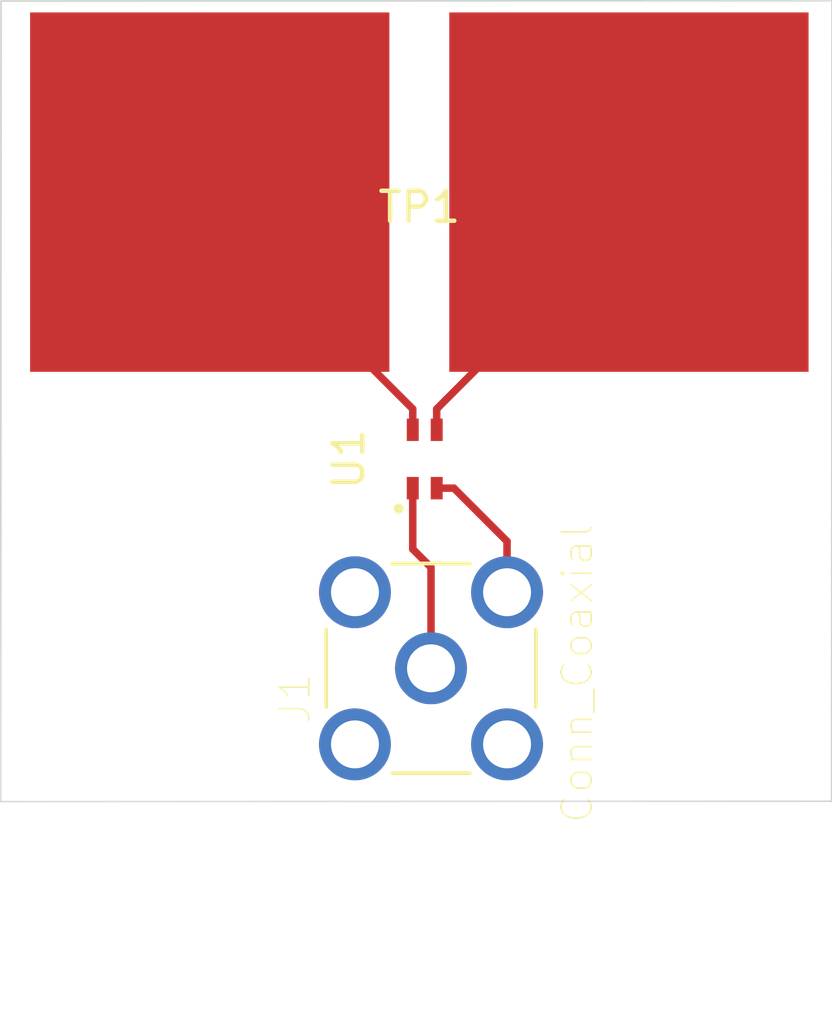
<source format=kicad_pcb>
(kicad_pcb (version 20171130) (host pcbnew 5.1.4-e60b266~84~ubuntu16.04.1)

  (general
    (thickness 1.6)
    (drawings 6)
    (tracks 13)
    (zones 0)
    (modules 3)
    (nets 5)
  )

  (page A4)
  (layers
    (0 F.Cu signal)
    (31 B.Cu signal)
    (32 B.Adhes user)
    (33 F.Adhes user)
    (34 B.Paste user)
    (35 F.Paste user)
    (36 B.SilkS user)
    (37 F.SilkS user)
    (38 B.Mask user)
    (39 F.Mask user)
    (40 Dwgs.User user)
    (41 Cmts.User user)
    (42 Eco1.User user)
    (43 Eco2.User user)
    (44 Edge.Cuts user)
    (45 Margin user)
    (46 B.CrtYd user)
    (47 F.CrtYd user)
    (48 B.Fab user)
    (49 F.Fab user)
  )

  (setup
    (last_trace_width 0.25)
    (trace_clearance 0.2)
    (zone_clearance 0.508)
    (zone_45_only no)
    (trace_min 0.2)
    (via_size 0.8)
    (via_drill 0.4)
    (via_min_size 0.4)
    (via_min_drill 0.3)
    (uvia_size 0.3)
    (uvia_drill 0.1)
    (uvias_allowed no)
    (uvia_min_size 0.2)
    (uvia_min_drill 0.1)
    (edge_width 0.05)
    (segment_width 0.2)
    (pcb_text_width 0.3)
    (pcb_text_size 1.5 1.5)
    (mod_edge_width 0.12)
    (mod_text_size 1 1)
    (mod_text_width 0.15)
    (pad_size 1.524 1.524)
    (pad_drill 0.762)
    (pad_to_mask_clearance 0.051)
    (solder_mask_min_width 0.25)
    (aux_axis_origin 0 0)
    (visible_elements FFFFFF7F)
    (pcbplotparams
      (layerselection 0x010fc_ffffffff)
      (usegerberextensions false)
      (usegerberattributes false)
      (usegerberadvancedattributes false)
      (creategerberjobfile false)
      (excludeedgelayer true)
      (linewidth 0.100000)
      (plotframeref false)
      (viasonmask false)
      (mode 1)
      (useauxorigin false)
      (hpglpennumber 1)
      (hpglpenspeed 20)
      (hpglpendiameter 15.000000)
      (psnegative false)
      (psa4output false)
      (plotreference true)
      (plotvalue true)
      (plotinvisibletext false)
      (padsonsilk false)
      (subtractmaskfromsilk false)
      (outputformat 1)
      (mirror false)
      (drillshape 1)
      (scaleselection 1)
      (outputdirectory ""))
  )

  (net 0 "")
  (net 1 "Net-(J1-Pad1)")
  (net 2 OUT2)
  (net 3 OUT1)
  (net 4 GND)

  (net_class Default "This is the default net class."
    (clearance 0.2)
    (trace_width 0.25)
    (via_dia 0.8)
    (via_drill 0.4)
    (uvia_dia 0.3)
    (uvia_drill 0.1)
    (add_net GND)
    (add_net "Net-(J1-Pad1)")
    (add_net OUT1)
    (add_net OUT2)
  )

  (module SMA-J-P-H-RA-TH1:SAMTEC_SMA-J-P-H-RA-TH1 (layer F.Cu) (tedit 0) (tstamp 5DCC516B)
    (at 119.59 99.7 90)
    (path /5DCC15B4)
    (fp_text reference J1 (at -1.01137 -4.54112 90) (layer F.SilkS)
      (effects (font (size 1.00135 1.00135) (thickness 0.05)))
    )
    (fp_text value Conn_Coaxial (at -0.175725 4.88518 90) (layer F.SilkS)
      (effects (font (size 1.00415 1.00415) (thickness 0.05)))
    )
    (fp_line (start -3.75 3.4) (end -3.75 3.99) (layer Eco1.User) (width 0.05))
    (fp_line (start -11.85 3.4) (end -3.75 3.4) (layer Eco1.User) (width 0.05))
    (fp_line (start -11.85 -3.4) (end -11.85 3.4) (layer Eco1.User) (width 0.05))
    (fp_line (start -3.75 -3.4) (end -11.85 -3.4) (layer Eco1.User) (width 0.05))
    (fp_line (start -3.75 -3.99) (end -3.75 -3.4) (layer Eco1.User) (width 0.05))
    (fp_line (start -11.6 3.15) (end -3.5 3.15) (layer Eco2.User) (width 0.127))
    (fp_line (start -11.6 -3.15) (end -11.6 3.15) (layer Eco2.User) (width 0.127))
    (fp_line (start -3.5 -3.15) (end -11.6 -3.15) (layer Eco2.User) (width 0.127))
    (fp_line (start 3.99 3.99) (end -3.75 3.99) (layer Eco1.User) (width 0.05))
    (fp_line (start 3.99 -3.99) (end 3.99 3.99) (layer Eco1.User) (width 0.05))
    (fp_line (start -3.75 -3.99) (end 3.99 -3.99) (layer Eco1.User) (width 0.05))
    (fp_line (start 1.3 3.5) (end -1.3 3.5) (layer F.SilkS) (width 0.127))
    (fp_line (start -3.5 1.3) (end -3.5 -1.3) (layer F.SilkS) (width 0.127))
    (fp_line (start 3.5 1.3) (end 3.5 -1.3) (layer F.SilkS) (width 0.127))
    (fp_line (start -1.3 -3.5) (end 1.3 -3.5) (layer F.SilkS) (width 0.127))
    (fp_line (start -3.5 -3.15) (end -3.5 -3.5) (layer Eco2.User) (width 0.127))
    (fp_line (start -3.5 3.15) (end -3.5 -3.15) (layer Eco2.User) (width 0.127))
    (fp_line (start -3.5 3.5) (end -3.5 3.15) (layer Eco2.User) (width 0.127))
    (fp_line (start 3.5 3.5) (end -3.5 3.5) (layer Eco2.User) (width 0.127))
    (fp_line (start 3.5 -3.5) (end 3.5 3.5) (layer Eco2.User) (width 0.127))
    (fp_line (start -3.5 -3.5) (end 3.5 -3.5) (layer Eco2.User) (width 0.127))
    (pad 5 thru_hole circle (at -2.54 2.54 90) (size 2.4 2.4) (drill 1.6) (layers *.Cu *.Mask))
    (pad 2 thru_hole circle (at 2.54 2.54 90) (size 2.4 2.4) (drill 1.6) (layers *.Cu *.Mask)
      (net 4 GND))
    (pad 3 thru_hole circle (at 2.54 -2.54 90) (size 2.4 2.4) (drill 1.6) (layers *.Cu *.Mask))
    (pad 4 thru_hole circle (at -2.54 -2.54 90) (size 2.4 2.4) (drill 1.6) (layers *.Cu *.Mask))
    (pad 1 thru_hole circle (at 0 0 90) (size 2.4 2.4) (drill 1.6) (layers *.Cu *.Mask)
      (net 1 "Net-(J1-Pad1)"))
  )

  (module "Documents:exposed pad" (layer F.Cu) (tedit 5DCC6F71) (tstamp 5DCC6C84)
    (at 119.2 83.8)
    (path /5DCD309B)
    (fp_text reference TP1 (at 0 0.5) (layer F.SilkS)
      (effects (font (size 1 1) (thickness 0.15)))
    )
    (fp_text value TestPoint_2Pole (at 0 -0.5) (layer F.Fab)
      (effects (font (size 1 1) (thickness 0.15)))
    )
    (pad 1 smd rect (at -7 0) (size 12 12) (layers F.Cu F.Paste F.Mask)
      (net 3 OUT1))
    (pad 2 smd rect (at 7 0) (size 12 12) (layers F.Cu F.Paste F.Mask)
      (net 2 OUT2))
  )

  (module Documents:Balun (layer F.Cu) (tedit 5DCBA45F) (tstamp 5DCC5174)
    (at 119.38 92.71 90)
    (path /5DCBA17C)
    (fp_text reference U1 (at 0 -2.54 90) (layer F.SilkS)
      (effects (font (size 1 1) (thickness 0.15)))
    )
    (fp_text value Balun (at 0 -3.81 90) (layer F.Fab)
      (effects (font (size 1 1) (thickness 0.15)))
    )
    (fp_circle (center -1.66 -0.87) (end -1.66 -0.89) (layer F.SilkS) (width 0.15))
    (pad 1 smd rect (at -0.975 -0.4 90) (size 0.75 0.4) (layers F.Cu F.Paste F.Mask)
      (net 1 "Net-(J1-Pad1)"))
    (pad 3 smd rect (at 0.975 0.4 90) (size 0.75 0.4) (layers F.Cu F.Paste F.Mask)
      (net 2 OUT2))
    (pad 4 smd rect (at 0.975 -0.4 90) (size 0.75 0.4) (layers F.Cu F.Paste F.Mask)
      (net 3 OUT1))
    (pad 2 smd rect (at -0.975 0.4 90) (size 0.75 0.4) (layers F.Cu F.Paste F.Mask)
      (net 4 GND))
  )

  (gr_line (start 132.97 101.07) (end 132.97 104.13) (layer Edge.Cuts) (width 0.05))
  (gr_line (start 105.22 101.07) (end 105.22 104.14) (layer Edge.Cuts) (width 0.05))
  (gr_line (start 105.23 77.42) (end 105.22 101.04) (layer Edge.Cuts) (width 0.05))
  (gr_line (start 132.98 77.41) (end 105.23 77.42) (layer Edge.Cuts) (width 0.05))
  (gr_line (start 132.97 101.05) (end 132.98 77.41) (layer Edge.Cuts) (width 0.05))
  (gr_line (start 105.22 104.15) (end 132.98 104.14) (layer Edge.Cuts) (width 0.05))

  (segment (start 119.59 99.7) (end 119.59 96.33) (width 0.25) (layer F.Cu) (net 1))
  (segment (start 118.98 95.72) (end 118.98 93.685) (width 0.25) (layer F.Cu) (net 1))
  (segment (start 119.59 96.33) (end 118.98 95.72) (width 0.25) (layer F.Cu) (net 1))
  (segment (start 119.78 91.735) (end 119.78 91.04) (width 0.25) (layer F.Cu) (net 2))
  (segment (start 119.78 91.04) (end 121.92 88.9) (width 0.25) (layer F.Cu) (net 2))
  (segment (start 121.92 88.9) (end 121.92 88.9) (width 0.25) (layer F.Cu) (net 2) (tstamp 5DCC613E))
  (segment (start 121.92 88.9) (end 121.92 88.9) (width 0.25) (layer F.Cu) (net 2) (tstamp 5DCC6140))
  (segment (start 118.98 91.735) (end 118.98 91.04) (width 0.25) (layer F.Cu) (net 3))
  (segment (start 118.98 91.04) (end 116.84 88.9) (width 0.25) (layer F.Cu) (net 3))
  (segment (start 116.84 88.9) (end 116.84 88.9) (width 0.25) (layer F.Cu) (net 3) (tstamp 5DCC6142))
  (segment (start 122.13 95.46) (end 122.13 97.16) (width 0.25) (layer F.Cu) (net 4))
  (segment (start 120.355 93.685) (end 122.13 95.46) (width 0.25) (layer F.Cu) (net 4))
  (segment (start 119.78 93.685) (end 120.355 93.685) (width 0.25) (layer F.Cu) (net 4))

)

</source>
